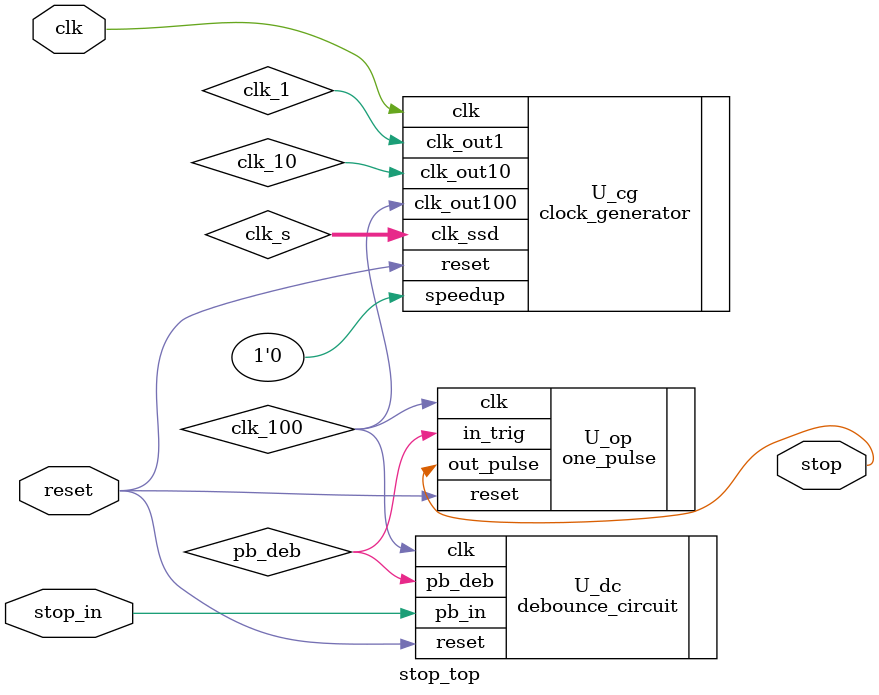
<source format=v>
module stop_top(
    clk, // Clock from crystal
    reset, //active low reset
    stop_in, //push button input
    stop
);
// Declare I/Os
input clk; // Clock from crystal
input reset; //active low reset
input stop_in; //push button input
output stop;
// Declare internal nodes
wire [1:0] clk_s;
wire pb_deb, clk_1, clk_10, clk_100, one_in; // push button debounced out
// Clock generator module
clock_generator U_cg(
    .clk(clk), // clock from crystal
    .reset(reset), // active low reset
    .speedup(1'b0),
    .clk_out1(clk_1), // generated 1 Hz clock
    .clk_out10(clk_10),
    .clk_out100(clk_100), // generated 100 Hz clock
    .clk_ssd(clk_s)
);
// debounce circuit
debounce_circuit U_dc(
    .clk(clk_100), // clock control
    .reset(reset), // reset
    .pb_in(stop_in), //push button input
    .pb_deb(pb_deb) // debounced push button out
);
   // 1 pulse generation circuit
one_pulse U_op(
    .clk(clk_100), // clock input
    .reset(reset), //active low reset
    .in_trig(pb_deb), // input trigger
    .out_pulse(stop) // output one pulse
);
// stop_fsm U_pf(
//     .clk(clk),
//     .reset(reset),
//     .in(one_in),
//     .counter_stop(stop)
// );
endmodule
   
</source>
